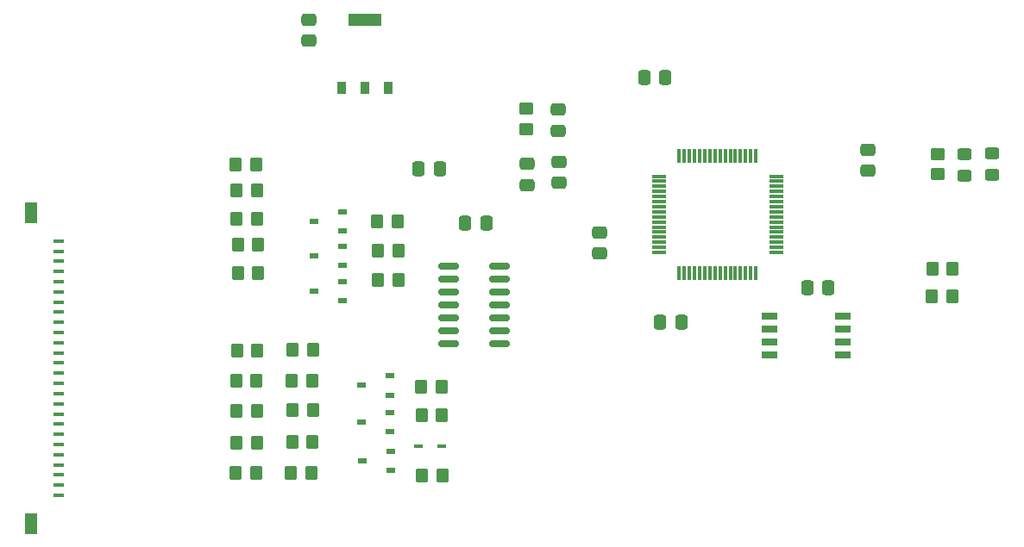
<source format=gbr>
%TF.GenerationSoftware,KiCad,Pcbnew,9.0.5*%
%TF.CreationDate,2025-10-23T08:30:37+01:00*%
%TF.ProjectId,Gotek,476f7465-6b2e-46b6-9963-61645f706362,rev?*%
%TF.SameCoordinates,Original*%
%TF.FileFunction,Paste,Top*%
%TF.FilePolarity,Positive*%
%FSLAX46Y46*%
G04 Gerber Fmt 4.6, Leading zero omitted, Abs format (unit mm)*
G04 Created by KiCad (PCBNEW 9.0.5) date 2025-10-23 08:30:37*
%MOMM*%
%LPD*%
G01*
G04 APERTURE LIST*
G04 Aperture macros list*
%AMRoundRect*
0 Rectangle with rounded corners*
0 $1 Rounding radius*
0 $2 $3 $4 $5 $6 $7 $8 $9 X,Y pos of 4 corners*
0 Add a 4 corners polygon primitive as box body*
4,1,4,$2,$3,$4,$5,$6,$7,$8,$9,$2,$3,0*
0 Add four circle primitives for the rounded corners*
1,1,$1+$1,$2,$3*
1,1,$1+$1,$4,$5*
1,1,$1+$1,$6,$7*
1,1,$1+$1,$8,$9*
0 Add four rect primitives between the rounded corners*
20,1,$1+$1,$2,$3,$4,$5,0*
20,1,$1+$1,$4,$5,$6,$7,0*
20,1,$1+$1,$6,$7,$8,$9,0*
20,1,$1+$1,$8,$9,$2,$3,0*%
G04 Aperture macros list end*
%ADD10RoundRect,0.250000X-0.350000X-0.450000X0.350000X-0.450000X0.350000X0.450000X-0.350000X0.450000X0*%
%ADD11RoundRect,0.250000X-0.475000X0.337500X-0.475000X-0.337500X0.475000X-0.337500X0.475000X0.337500X0*%
%ADD12R,0.900000X0.600000*%
%ADD13RoundRect,0.250000X0.450000X-0.325000X0.450000X0.325000X-0.450000X0.325000X-0.450000X-0.325000X0*%
%ADD14RoundRect,0.250000X-0.337500X-0.475000X0.337500X-0.475000X0.337500X0.475000X-0.337500X0.475000X0*%
%ADD15R,1.650000X0.700000*%
%ADD16R,0.820000X0.420000*%
%ADD17R,1.475000X0.300000*%
%ADD18R,0.300000X1.475000*%
%ADD19R,1.000000X0.400000*%
%ADD20R,1.300000X2.000000*%
%ADD21RoundRect,0.250000X0.337500X0.475000X-0.337500X0.475000X-0.337500X-0.475000X0.337500X-0.475000X0*%
%ADD22RoundRect,0.250000X-0.450000X0.350000X-0.450000X-0.350000X0.450000X-0.350000X0.450000X0.350000X0*%
%ADD23R,0.950000X1.300000*%
%ADD24R,3.250000X1.300000*%
%ADD25RoundRect,0.250000X0.350000X0.450000X-0.350000X0.450000X-0.350000X-0.450000X0.350000X-0.450000X0*%
%ADD26RoundRect,0.150000X-0.825000X-0.150000X0.825000X-0.150000X0.825000X0.150000X-0.825000X0.150000X0*%
G04 APERTURE END LIST*
D10*
%TO.C,PU5*%
X119195975Y-91357450D03*
X121195975Y-91357450D03*
%TD*%
D11*
%TO.C,C4*%
X147659725Y-73025725D03*
X147659725Y-75100725D03*
%TD*%
D12*
%TO.C,Q5*%
X134226125Y-99390875D03*
X134226125Y-97490875D03*
X131426125Y-98440875D03*
%TD*%
D10*
%TO.C,RN4*%
X137337925Y-103641525D03*
X139337925Y-103641525D03*
%TD*%
D12*
%TO.C,Q6*%
X134226125Y-95761850D03*
X134226125Y-93861850D03*
X131426125Y-94811850D03*
%TD*%
D13*
%TO.C,L5*%
X190595250Y-74173550D03*
X190595250Y-72123550D03*
%TD*%
D14*
%TO.C,C20*%
X141561275Y-78879700D03*
X143636275Y-78879700D03*
%TD*%
D10*
%TO.C,PU12*%
X119056275Y-103397050D03*
X121056275Y-103397050D03*
%TD*%
D14*
%TO.C,C6*%
X159165925Y-64573150D03*
X161240925Y-64573150D03*
%TD*%
D10*
%TO.C,PU13*%
X124498225Y-103431975D03*
X126498225Y-103431975D03*
%TD*%
%TO.C,PU2*%
X119164225Y-78432025D03*
X121164225Y-78432025D03*
%TD*%
%TO.C,PU11*%
X119126125Y-100466525D03*
X121126125Y-100466525D03*
%TD*%
D12*
%TO.C,Q3*%
X129523775Y-86497200D03*
X129523775Y-84597200D03*
X126723775Y-85547200D03*
%TD*%
D10*
%TO.C,PU9*%
X119126125Y-97326450D03*
X121126125Y-97326450D03*
%TD*%
D12*
%TO.C,Q4*%
X134261050Y-103159600D03*
X134261050Y-101259600D03*
X131461050Y-102209600D03*
%TD*%
D10*
%TO.C,RN2*%
X133016750Y-81600675D03*
X135016750Y-81600675D03*
%TD*%
%TO.C,PU8*%
X124637925Y-97221675D03*
X126637925Y-97221675D03*
%TD*%
D14*
%TO.C,C18*%
X137027375Y-73539350D03*
X139102375Y-73539350D03*
%TD*%
D11*
%TO.C,C5*%
X150764875Y-72851100D03*
X150764875Y-74926100D03*
%TD*%
D15*
%TO.C,U8*%
X171469500Y-88026875D03*
X171469500Y-89296875D03*
X171469500Y-90566875D03*
X171469500Y-91836875D03*
X178669500Y-91836875D03*
X178669500Y-90566875D03*
X178669500Y-89296875D03*
X178669500Y-88026875D03*
%TD*%
D10*
%TO.C,RN1*%
X132934075Y-78705075D03*
X134934075Y-78705075D03*
%TD*%
D12*
%TO.C,Q2*%
X129552525Y-83042800D03*
X129552525Y-81142800D03*
X126752525Y-82092800D03*
%TD*%
D16*
%TO.C,DID1*%
X139313300Y-100812600D03*
X137013300Y-100812600D03*
%TD*%
D10*
%TO.C,RN3*%
X133016750Y-84461350D03*
X135016750Y-84461350D03*
%TD*%
%TO.C,RN5*%
X137303000Y-97742375D03*
X139303000Y-97742375D03*
%TD*%
D11*
%TO.C,C3*%
X150729950Y-67688550D03*
X150729950Y-69763550D03*
%TD*%
D17*
%TO.C,U3*%
X160606600Y-74250225D03*
X160606600Y-74750225D03*
X160606600Y-75250225D03*
X160606600Y-75750225D03*
X160606600Y-76250225D03*
X160606600Y-76750225D03*
X160606600Y-77250225D03*
X160606600Y-77750225D03*
X160606600Y-78250225D03*
X160606600Y-78750225D03*
X160606600Y-79250225D03*
X160606600Y-79750225D03*
X160606600Y-80250225D03*
X160606600Y-80750225D03*
X160606600Y-81250225D03*
X160606600Y-81750225D03*
D18*
X162594600Y-83738225D03*
X163094600Y-83738225D03*
X163594600Y-83738225D03*
X164094600Y-83738225D03*
X164594600Y-83738225D03*
X165094600Y-83738225D03*
X165594600Y-83738225D03*
X166094600Y-83738225D03*
X166594600Y-83738225D03*
X167094600Y-83738225D03*
X167594600Y-83738225D03*
X168094600Y-83738225D03*
X168594600Y-83738225D03*
X169094600Y-83738225D03*
X169594600Y-83738225D03*
X170094600Y-83738225D03*
D17*
X172082600Y-81750225D03*
X172082600Y-81250225D03*
X172082600Y-80750225D03*
X172082600Y-80250225D03*
X172082600Y-79750225D03*
X172082600Y-79250225D03*
X172082600Y-78750225D03*
X172082600Y-78250225D03*
X172082600Y-77750225D03*
X172082600Y-77250225D03*
X172082600Y-76750225D03*
X172082600Y-76250225D03*
X172082600Y-75750225D03*
X172082600Y-75250225D03*
X172082600Y-74750225D03*
X172082600Y-74250225D03*
D18*
X170094600Y-72262225D03*
X169594600Y-72262225D03*
X169094600Y-72262225D03*
X168594600Y-72262225D03*
X168094600Y-72262225D03*
X167594600Y-72262225D03*
X167094600Y-72262225D03*
X166594600Y-72262225D03*
X166094600Y-72262225D03*
X165594600Y-72262225D03*
X165094600Y-72262225D03*
X164594600Y-72262225D03*
X164094600Y-72262225D03*
X163594600Y-72262225D03*
X163094600Y-72262225D03*
X162594600Y-72262225D03*
%TD*%
D10*
%TO.C,PU1*%
X119129300Y-75638025D03*
X121129300Y-75638025D03*
%TD*%
D19*
%TO.C,P1*%
X101666675Y-80618051D03*
X101666675Y-81618051D03*
X101666675Y-82618052D03*
X101666675Y-83618050D03*
X101666675Y-84618050D03*
X101666675Y-85618051D03*
X101666675Y-86618051D03*
X101666675Y-87618049D03*
X101666675Y-88618050D03*
X101666675Y-89618050D03*
X101666675Y-90618051D03*
X101666675Y-91618051D03*
X101666675Y-92618049D03*
X101666675Y-93618050D03*
X101666675Y-94618051D03*
X101666675Y-95618051D03*
X101666675Y-96618052D03*
X101666675Y-97618050D03*
X101666675Y-98618050D03*
X101666675Y-99618051D03*
X101666675Y-100618051D03*
X101666675Y-101618052D03*
X101666675Y-102618050D03*
X101666675Y-103618050D03*
X101666675Y-104618051D03*
X101666675Y-105618051D03*
D20*
X98966676Y-77818076D03*
X98966676Y-108418026D03*
%TD*%
D11*
%TO.C,C23*%
X126253875Y-58846900D03*
X126253875Y-60921900D03*
%TD*%
D10*
%TO.C,PU6*%
X124555250Y-94322900D03*
X126555250Y-94322900D03*
%TD*%
%TO.C,RN6*%
X137233150Y-94916625D03*
X139233150Y-94916625D03*
%TD*%
%TO.C,R2*%
X187375925Y-86077425D03*
X189375925Y-86077425D03*
%TD*%
D21*
%TO.C,C8*%
X162797400Y-88576150D03*
X160722400Y-88576150D03*
%TD*%
D22*
%TO.C,R10*%
X147589875Y-67621275D03*
X147589875Y-69621275D03*
%TD*%
D23*
%TO.C,U4*%
X129434400Y-65554600D03*
X131724400Y-65554600D03*
X134014400Y-65554600D03*
D24*
X131724400Y-58854600D03*
%TD*%
D10*
%TO.C,PU10*%
X124603000Y-100396675D03*
X126603000Y-100396675D03*
%TD*%
D25*
%TO.C,RN13*%
X121059450Y-73091675D03*
X119059450Y-73091675D03*
%TD*%
D12*
%TO.C,Q1*%
X129517600Y-79623325D03*
X129517600Y-77723325D03*
X126717600Y-78673325D03*
%TD*%
D13*
%TO.C,L4*%
X193328925Y-74084925D03*
X193328925Y-72034925D03*
%TD*%
D10*
%TO.C,PU14*%
X119269000Y-83734275D03*
X121269000Y-83734275D03*
%TD*%
D26*
%TO.C,U1*%
X139984075Y-83127850D03*
X139984075Y-84397850D03*
X139984075Y-85667850D03*
X139984075Y-86937850D03*
X139984075Y-88207850D03*
X139984075Y-89477850D03*
X139984075Y-90747850D03*
X144934075Y-90747850D03*
X144934075Y-89477850D03*
X144934075Y-88207850D03*
X144934075Y-86937850D03*
X144934075Y-85667850D03*
X144934075Y-84397850D03*
X144934075Y-83127850D03*
%TD*%
D10*
%TO.C,R1*%
X187417200Y-83331050D03*
X189417200Y-83331050D03*
%TD*%
D22*
%TO.C,R21*%
X187915550Y-72059925D03*
X187915550Y-74059925D03*
%TD*%
D11*
%TO.C,C9*%
X154774900Y-79794825D03*
X154774900Y-81869825D03*
%TD*%
D25*
%TO.C,PU4*%
X126637925Y-91287600D03*
X124637925Y-91287600D03*
%TD*%
D11*
%TO.C,C7*%
X181105175Y-71628725D03*
X181105175Y-73703725D03*
%TD*%
D10*
%TO.C,PU3*%
X119269000Y-80978375D03*
X121269000Y-80978375D03*
%TD*%
%TO.C,PU7*%
X119091200Y-94322900D03*
X121091200Y-94322900D03*
%TD*%
D14*
%TO.C,C16*%
X175146425Y-85185250D03*
X177221425Y-85185250D03*
%TD*%
M02*

</source>
